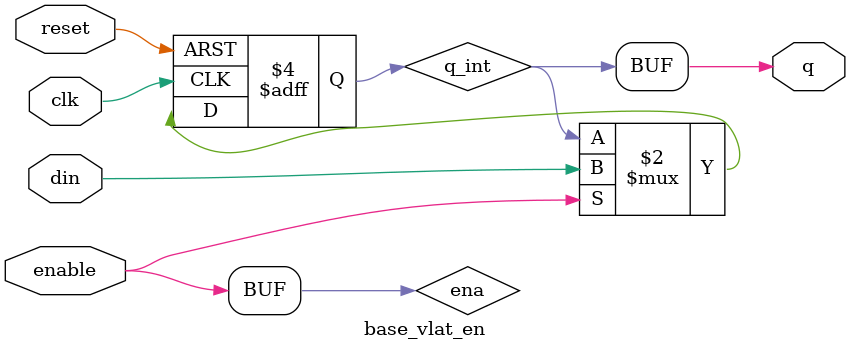
<source format=sv>
/*
 * Copyright 2017 IBM Corporation
 * Licensed to the Apache Software Foundation (ASF) under one
 * or more contributor license agreements.  See the NOTICE file
 * distributed with this work for additional information
 * regarding copyright ownership.  The ASF licenses this file
 * to you under the Apache License, Version 2.0 (the
 * "License"); you may not use this file except in compliance
 * with the License.  You may obtain a copy of the License at
 *
 *     http://www.apache.org/licenses/LICENSE-2.0
 *
 * Unless required by applicable law or agreed to in writing, software
 * distributed under the License is distributed on an "AS IS" BASIS,
 * WITHOUT WARRANTIES OR CONDITIONS OF ANY KIND, either express or implied.
 * See the License for the specific language governing permissions and
 * limitations under the License.
 *
 * Author: Andrew K Martin akmartin@us.ibm.com
 */
 
module base_vlat_en (clk, reset, enable, din, q);

   parameter width=1;
   parameter [0:width-1] rstv = 0;
   input 	      clk;
   input 	      reset;
   input 	      enable;
   input [0:width-1]  din;
   output [0:width-1] q;
   reg [0:width-1]    q_int;
   wire 	      ena /* synthesis direct_enable = 1 */;
   assign ena = enable;
   
   always@(posedge clk or posedge reset)
     if (reset) q_int <= rstv;
     else if (ena) q_int <= din;
   assign q = q_int;
endmodule // base_vlat


   
  

</source>
